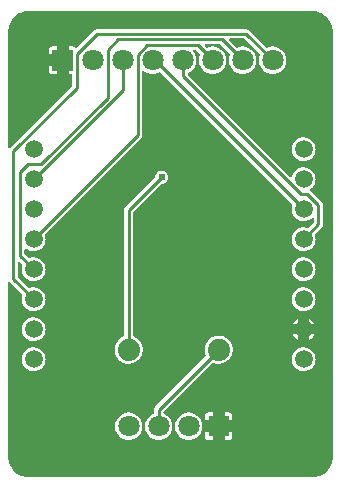
<source format=gbl>
G04 Layer: BottomLayer*
G04 EasyEDA v6.4.25, 2021-10-17T11:29:02+03:00*
G04 a1471bc6611e4e73a61749ba241ce28d,91e0e8a571584a8f85f685312bed6ac2,10*
G04 Gerber Generator version 0.2*
G04 Scale: 100 percent, Rotated: No, Reflected: No *
G04 Dimensions in millimeters *
G04 leading zeros omitted , absolute positions ,4 integer and 5 decimal *
%FSLAX45Y45*%
%MOMM*%

%ADD10C,0.2540*%
%ADD12C,0.6100*%
%ADD18C,1.8000*%
%ADD19R,1.8000X1.8000*%
%ADD20C,1.5080*%
%ADD21C,1.8796*%

%LPD*%
G36*
X297332Y-4128973D02*
G01*
X278942Y-4128058D01*
X262077Y-4125518D01*
X245516Y-4121302D01*
X229412Y-4115511D01*
X214020Y-4108145D01*
X199390Y-4099306D01*
X185724Y-4089095D01*
X173075Y-4077614D01*
X161645Y-4064914D01*
X151536Y-4051198D01*
X142798Y-4036517D01*
X135534Y-4021023D01*
X129794Y-4004919D01*
X125730Y-3988358D01*
X123240Y-3971442D01*
X122428Y-3954068D01*
X122428Y-2484526D01*
X123189Y-2480665D01*
X125374Y-2477363D01*
X128676Y-2475128D01*
X132588Y-2474366D01*
X136448Y-2475128D01*
X139750Y-2477363D01*
X239826Y-2577439D01*
X241858Y-2580335D01*
X242773Y-2583789D01*
X242468Y-2587294D01*
X238760Y-2600807D01*
X236931Y-2614218D01*
X236931Y-2627782D01*
X238760Y-2641193D01*
X242316Y-2654249D01*
X247599Y-2666695D01*
X254508Y-2678328D01*
X262890Y-2688945D01*
X272592Y-2698343D01*
X283514Y-2706370D01*
X295351Y-2712872D01*
X308000Y-2717749D01*
X321157Y-2720898D01*
X334619Y-2722219D01*
X348132Y-2721762D01*
X361492Y-2719527D01*
X374396Y-2715514D01*
X386689Y-2709824D01*
X398068Y-2702560D01*
X408432Y-2693822D01*
X417474Y-2683764D01*
X425145Y-2672638D01*
X431241Y-2660548D01*
X435660Y-2647746D01*
X438404Y-2634488D01*
X439267Y-2621026D01*
X438404Y-2607513D01*
X435660Y-2594254D01*
X431241Y-2581452D01*
X425145Y-2569362D01*
X417474Y-2558237D01*
X408432Y-2548178D01*
X398068Y-2539441D01*
X386689Y-2532176D01*
X374396Y-2526487D01*
X361492Y-2522474D01*
X348132Y-2520238D01*
X334619Y-2519781D01*
X321157Y-2521102D01*
X308000Y-2524252D01*
X305409Y-2525268D01*
X301599Y-2525928D01*
X297789Y-2525115D01*
X294589Y-2522982D01*
X207924Y-2436317D01*
X205740Y-2433015D01*
X204978Y-2429154D01*
X204978Y-2313025D01*
X205740Y-2309164D01*
X207924Y-2305862D01*
X211226Y-2303678D01*
X215138Y-2302865D01*
X218998Y-2303678D01*
X222300Y-2305862D01*
X239826Y-2323388D01*
X241858Y-2326284D01*
X242773Y-2329738D01*
X242468Y-2333244D01*
X238760Y-2346807D01*
X236931Y-2360218D01*
X236931Y-2373782D01*
X238760Y-2387193D01*
X242316Y-2400249D01*
X247599Y-2412695D01*
X254508Y-2424328D01*
X262890Y-2434945D01*
X272592Y-2444343D01*
X283514Y-2452370D01*
X295351Y-2458872D01*
X308000Y-2463749D01*
X321157Y-2466898D01*
X334619Y-2468219D01*
X348132Y-2467762D01*
X361492Y-2465527D01*
X374396Y-2461514D01*
X386689Y-2455824D01*
X398068Y-2448560D01*
X408432Y-2439822D01*
X417474Y-2429764D01*
X425145Y-2418638D01*
X431241Y-2406548D01*
X435660Y-2393746D01*
X438404Y-2380488D01*
X439267Y-2367026D01*
X438404Y-2353513D01*
X435660Y-2340254D01*
X431241Y-2327452D01*
X425145Y-2315362D01*
X417474Y-2304237D01*
X408432Y-2294178D01*
X398068Y-2285441D01*
X386689Y-2278176D01*
X374396Y-2272487D01*
X361492Y-2268474D01*
X348132Y-2266238D01*
X334619Y-2265781D01*
X321157Y-2267102D01*
X308000Y-2270252D01*
X305409Y-2271268D01*
X301599Y-2271928D01*
X297840Y-2271115D01*
X294589Y-2268931D01*
X263601Y-2237943D01*
X261366Y-2234641D01*
X260604Y-2230729D01*
X260604Y-2201621D01*
X261569Y-2197252D01*
X264312Y-2193747D01*
X268274Y-2191766D01*
X272745Y-2191664D01*
X276809Y-2193442D01*
X283514Y-2198370D01*
X295351Y-2204872D01*
X308000Y-2209749D01*
X321157Y-2212898D01*
X334619Y-2214219D01*
X348132Y-2213762D01*
X361492Y-2211527D01*
X374396Y-2207514D01*
X386689Y-2201824D01*
X398068Y-2194560D01*
X408432Y-2185822D01*
X417474Y-2175764D01*
X425145Y-2164638D01*
X431241Y-2152548D01*
X435660Y-2139746D01*
X438404Y-2126488D01*
X439267Y-2113026D01*
X438404Y-2099513D01*
X435660Y-2086254D01*
X433578Y-2080158D01*
X433019Y-2076399D01*
X433832Y-2072741D01*
X435965Y-2069642D01*
X1246174Y-1259433D01*
X1251254Y-1253236D01*
X1254810Y-1246581D01*
X1257046Y-1239316D01*
X1257808Y-1231290D01*
X1257808Y-695604D01*
X1258773Y-691286D01*
X1261516Y-687781D01*
X1265428Y-685749D01*
X1269898Y-685596D01*
X1273962Y-687374D01*
X1284122Y-694740D01*
X1296873Y-701751D01*
X1310386Y-707136D01*
X1324508Y-710742D01*
X1338935Y-712571D01*
X1353464Y-712571D01*
X1367891Y-710742D01*
X1382014Y-707136D01*
X1395526Y-701751D01*
X1399590Y-699516D01*
X1403756Y-698296D01*
X1408023Y-698906D01*
X1411681Y-701243D01*
X2525826Y-1815439D01*
X2527858Y-1818335D01*
X2528773Y-1821789D01*
X2528468Y-1825294D01*
X2524760Y-1838807D01*
X2522931Y-1852218D01*
X2522931Y-1865782D01*
X2524760Y-1879193D01*
X2528316Y-1892249D01*
X2533599Y-1904695D01*
X2540508Y-1916328D01*
X2548890Y-1926945D01*
X2558592Y-1936343D01*
X2569514Y-1944370D01*
X2581351Y-1950872D01*
X2594000Y-1955749D01*
X2607157Y-1958898D01*
X2620619Y-1960219D01*
X2634132Y-1959762D01*
X2647492Y-1957527D01*
X2660396Y-1953514D01*
X2672689Y-1947824D01*
X2684068Y-1940560D01*
X2693619Y-1932482D01*
X2696921Y-1930603D01*
X2700731Y-1930095D01*
X2704439Y-1931060D01*
X2707538Y-1933295D01*
X2709570Y-1936496D01*
X2710332Y-1940255D01*
X2710332Y-1967890D01*
X2709519Y-1971751D01*
X2707335Y-1975053D01*
X2667406Y-2014982D01*
X2664409Y-2017064D01*
X2660853Y-2017928D01*
X2657246Y-2017522D01*
X2647492Y-2014474D01*
X2634132Y-2012238D01*
X2620619Y-2011781D01*
X2607157Y-2013102D01*
X2594000Y-2016252D01*
X2581351Y-2021128D01*
X2569514Y-2027631D01*
X2558592Y-2035657D01*
X2548890Y-2045055D01*
X2540508Y-2055672D01*
X2533599Y-2067306D01*
X2528316Y-2079752D01*
X2524760Y-2092807D01*
X2522931Y-2106218D01*
X2522931Y-2119782D01*
X2524760Y-2133193D01*
X2528316Y-2146249D01*
X2533599Y-2158695D01*
X2540508Y-2170328D01*
X2548890Y-2180945D01*
X2558592Y-2190343D01*
X2569514Y-2198370D01*
X2581351Y-2204872D01*
X2594000Y-2209749D01*
X2607157Y-2212898D01*
X2620619Y-2214219D01*
X2634132Y-2213762D01*
X2647492Y-2211527D01*
X2660396Y-2207514D01*
X2672689Y-2201824D01*
X2684068Y-2194560D01*
X2694432Y-2185822D01*
X2703474Y-2175764D01*
X2711145Y-2164638D01*
X2717241Y-2152548D01*
X2721660Y-2139746D01*
X2724404Y-2126488D01*
X2725267Y-2113026D01*
X2724404Y-2099513D01*
X2721660Y-2086254D01*
X2719578Y-2080158D01*
X2719019Y-2076399D01*
X2719832Y-2072741D01*
X2721965Y-2069642D01*
X2775864Y-2015743D01*
X2780995Y-2009495D01*
X2784551Y-2002840D01*
X2786735Y-1995627D01*
X2787548Y-1987600D01*
X2787548Y-1825142D01*
X2786735Y-1817116D01*
X2784551Y-1809902D01*
X2780995Y-1803247D01*
X2775864Y-1796999D01*
X2683916Y-1705051D01*
X2682138Y-1703578D01*
X2679700Y-1700682D01*
X2678480Y-1697024D01*
X2678734Y-1693214D01*
X2680309Y-1689760D01*
X2694432Y-1677822D01*
X2703474Y-1667764D01*
X2711145Y-1656638D01*
X2717241Y-1644548D01*
X2721660Y-1631746D01*
X2724404Y-1618488D01*
X2725267Y-1605026D01*
X2724404Y-1591513D01*
X2721660Y-1578254D01*
X2717241Y-1565452D01*
X2711145Y-1553362D01*
X2703474Y-1542237D01*
X2694432Y-1532178D01*
X2684068Y-1523441D01*
X2672689Y-1516176D01*
X2660396Y-1510487D01*
X2647492Y-1506474D01*
X2634132Y-1504238D01*
X2620619Y-1503781D01*
X2607157Y-1505102D01*
X2594000Y-1508252D01*
X2581351Y-1513128D01*
X2569514Y-1519631D01*
X2558592Y-1527657D01*
X2548890Y-1537055D01*
X2540508Y-1547672D01*
X2533599Y-1559306D01*
X2528316Y-1571752D01*
X2525979Y-1580235D01*
X2524048Y-1583994D01*
X2520797Y-1586636D01*
X2516733Y-1587703D01*
X2512568Y-1587042D01*
X2509012Y-1584756D01*
X1643634Y-719378D01*
X1641449Y-716026D01*
X1640687Y-712114D01*
X1641449Y-708202D01*
X1643735Y-704900D01*
X1647088Y-702716D01*
X1649526Y-701751D01*
X1662277Y-694740D01*
X1674063Y-686206D01*
X1684680Y-676249D01*
X1693976Y-665022D01*
X1701749Y-652729D01*
X1707946Y-639572D01*
X1712468Y-625703D01*
X1715160Y-611428D01*
X1716074Y-596900D01*
X1715160Y-582371D01*
X1712468Y-568096D01*
X1707946Y-554228D01*
X1701749Y-541070D01*
X1693976Y-528777D01*
X1691386Y-525729D01*
X1689557Y-522376D01*
X1689100Y-518566D01*
X1690065Y-514908D01*
X1692300Y-511809D01*
X1695500Y-509778D01*
X1699260Y-509066D01*
X1707591Y-509066D01*
X1711452Y-509828D01*
X1714754Y-512064D01*
X1744776Y-542036D01*
X1747012Y-545490D01*
X1747723Y-549554D01*
X1746453Y-554228D01*
X1741932Y-568096D01*
X1739239Y-582371D01*
X1738325Y-596900D01*
X1739239Y-611428D01*
X1741932Y-625703D01*
X1746453Y-639572D01*
X1752650Y-652729D01*
X1760423Y-665022D01*
X1769719Y-676249D01*
X1780336Y-686206D01*
X1792122Y-694740D01*
X1804873Y-701751D01*
X1818386Y-707136D01*
X1832508Y-710742D01*
X1846935Y-712571D01*
X1861464Y-712571D01*
X1875891Y-710742D01*
X1890014Y-707136D01*
X1903526Y-701751D01*
X1916277Y-694740D01*
X1928063Y-686206D01*
X1938680Y-676249D01*
X1947976Y-665022D01*
X1955749Y-652729D01*
X1961946Y-639572D01*
X1966468Y-625703D01*
X1969160Y-611428D01*
X1970074Y-596900D01*
X1969160Y-582371D01*
X1966468Y-568096D01*
X1961946Y-554228D01*
X1955749Y-541070D01*
X1947976Y-528777D01*
X1938680Y-517550D01*
X1928063Y-507593D01*
X1916277Y-499059D01*
X1903526Y-492048D01*
X1890014Y-486664D01*
X1875891Y-483057D01*
X1861464Y-481228D01*
X1846935Y-481228D01*
X1832508Y-483057D01*
X1818386Y-486664D01*
X1810410Y-489864D01*
X1806549Y-490575D01*
X1802739Y-489762D01*
X1799488Y-487578D01*
X1787448Y-475538D01*
X1785264Y-472287D01*
X1784502Y-468376D01*
X1785264Y-464464D01*
X1787448Y-461213D01*
X1790750Y-458978D01*
X1794662Y-458216D01*
X1910689Y-458216D01*
X1914601Y-458978D01*
X1917903Y-461213D01*
X1998776Y-542036D01*
X2001012Y-545490D01*
X2001723Y-549554D01*
X2000453Y-554228D01*
X1995932Y-568096D01*
X1993239Y-582371D01*
X1992325Y-596900D01*
X1993239Y-611428D01*
X1995932Y-625703D01*
X2000453Y-639572D01*
X2006650Y-652729D01*
X2014423Y-665022D01*
X2023719Y-676249D01*
X2034336Y-686206D01*
X2046122Y-694740D01*
X2058873Y-701751D01*
X2072386Y-707136D01*
X2086508Y-710742D01*
X2100935Y-712571D01*
X2115464Y-712571D01*
X2129891Y-710742D01*
X2144014Y-707136D01*
X2157526Y-701751D01*
X2170277Y-694740D01*
X2182063Y-686206D01*
X2192680Y-676249D01*
X2201976Y-665022D01*
X2209749Y-652729D01*
X2215946Y-639572D01*
X2220468Y-625703D01*
X2223160Y-611428D01*
X2224074Y-596900D01*
X2223160Y-582371D01*
X2220468Y-568096D01*
X2215946Y-554228D01*
X2209749Y-541070D01*
X2201976Y-528777D01*
X2192680Y-517550D01*
X2182063Y-507593D01*
X2170277Y-499059D01*
X2157526Y-492048D01*
X2144014Y-486664D01*
X2129891Y-483057D01*
X2115464Y-481228D01*
X2100935Y-481228D01*
X2086508Y-483057D01*
X2072386Y-486664D01*
X2064410Y-489864D01*
X2060549Y-490575D01*
X2056739Y-489762D01*
X2053488Y-487578D01*
X1995322Y-429412D01*
X1993087Y-426110D01*
X1992325Y-422249D01*
X1993087Y-418338D01*
X1995322Y-415035D01*
X1998624Y-412851D01*
X2002485Y-412089D01*
X2118563Y-412089D01*
X2122474Y-412851D01*
X2125726Y-415035D01*
X2252776Y-542036D01*
X2255012Y-545490D01*
X2255723Y-549554D01*
X2254453Y-554228D01*
X2249932Y-568096D01*
X2247239Y-582371D01*
X2246325Y-596900D01*
X2247239Y-611428D01*
X2249932Y-625703D01*
X2254453Y-639572D01*
X2260650Y-652729D01*
X2268423Y-665022D01*
X2277719Y-676249D01*
X2288336Y-686206D01*
X2300122Y-694740D01*
X2312873Y-701751D01*
X2326386Y-707136D01*
X2340508Y-710742D01*
X2354935Y-712571D01*
X2369464Y-712571D01*
X2383891Y-710742D01*
X2398014Y-707136D01*
X2411526Y-701751D01*
X2424277Y-694740D01*
X2436063Y-686206D01*
X2446680Y-676249D01*
X2455976Y-665022D01*
X2463749Y-652729D01*
X2469946Y-639572D01*
X2474468Y-625703D01*
X2477160Y-611428D01*
X2478074Y-596900D01*
X2477160Y-582371D01*
X2474468Y-568096D01*
X2469946Y-554228D01*
X2463749Y-541070D01*
X2455976Y-528777D01*
X2446680Y-517550D01*
X2436063Y-507593D01*
X2424277Y-499059D01*
X2411526Y-492048D01*
X2398014Y-486664D01*
X2383891Y-483057D01*
X2369464Y-481228D01*
X2354935Y-481228D01*
X2340508Y-483057D01*
X2326386Y-486664D01*
X2318410Y-489864D01*
X2314549Y-490575D01*
X2310739Y-489762D01*
X2307488Y-487578D01*
X2166416Y-346506D01*
X2160168Y-341376D01*
X2153513Y-337820D01*
X2146300Y-335635D01*
X2138273Y-334873D01*
X875131Y-334873D01*
X867156Y-335635D01*
X859891Y-337820D01*
X853236Y-341376D01*
X846988Y-346506D01*
X705764Y-487781D01*
X702462Y-489966D01*
X698550Y-490728D01*
X694690Y-489966D01*
X690321Y-486714D01*
X685393Y-483616D01*
X679958Y-481685D01*
X673608Y-480974D01*
X635558Y-480974D01*
X635558Y-545541D01*
X653592Y-545541D01*
X657453Y-546303D01*
X660755Y-548538D01*
X662940Y-551840D01*
X663752Y-555701D01*
X663752Y-638098D01*
X662940Y-641959D01*
X660755Y-645261D01*
X657453Y-647496D01*
X653592Y-648258D01*
X635558Y-648258D01*
X635558Y-712825D01*
X653592Y-712825D01*
X657453Y-713587D01*
X660755Y-715772D01*
X662940Y-719074D01*
X663752Y-722985D01*
X663752Y-810564D01*
X662940Y-814425D01*
X660755Y-817727D01*
X139750Y-1338732D01*
X136448Y-1340967D01*
X132588Y-1341729D01*
X128676Y-1340967D01*
X125374Y-1338732D01*
X123189Y-1335430D01*
X122428Y-1331569D01*
X122428Y-355752D01*
X123342Y-337362D01*
X125882Y-320446D01*
X130098Y-303885D01*
X135890Y-287832D01*
X143256Y-272440D01*
X152044Y-257810D01*
X162306Y-244094D01*
X173786Y-231495D01*
X186486Y-220065D01*
X200202Y-209905D01*
X214884Y-201168D01*
X230378Y-193903D01*
X246430Y-188214D01*
X263042Y-184099D01*
X279958Y-181660D01*
X297332Y-180797D01*
X2695651Y-180797D01*
X2714040Y-181762D01*
X2730957Y-184302D01*
X2747518Y-188518D01*
X2763570Y-194310D01*
X2778963Y-201625D01*
X2793593Y-210464D01*
X2807309Y-220675D01*
X2819908Y-232206D01*
X2831338Y-244856D01*
X2841498Y-258622D01*
X2850235Y-273304D01*
X2857500Y-288747D01*
X2863189Y-304850D01*
X2867304Y-321411D01*
X2869742Y-338328D01*
X2870606Y-355752D01*
X2870606Y-3954068D01*
X2869641Y-3972458D01*
X2867101Y-3989324D01*
X2862884Y-4005884D01*
X2857093Y-4021937D01*
X2849727Y-4037380D01*
X2840939Y-4052011D01*
X2830728Y-4065676D01*
X2819196Y-4078325D01*
X2806547Y-4089755D01*
X2792780Y-4099864D01*
X2778099Y-4108602D01*
X2762656Y-4115866D01*
X2746552Y-4121607D01*
X2729941Y-4125671D01*
X2713075Y-4128160D01*
X2695651Y-4128973D01*
G37*

%LPC*%
G36*
X1815592Y-3811625D02*
G01*
X1853641Y-3811625D01*
X1853641Y-3747058D01*
X1789074Y-3747058D01*
X1789074Y-3785108D01*
X1789785Y-3791458D01*
X1791716Y-3796893D01*
X1794814Y-3801821D01*
X1798878Y-3805885D01*
X1803806Y-3808984D01*
X1809242Y-3810914D01*
G37*
G36*
X1956358Y-3811625D02*
G01*
X1994407Y-3811625D01*
X2000757Y-3810914D01*
X2006193Y-3808984D01*
X2011121Y-3805885D01*
X2015185Y-3801821D01*
X2018284Y-3796893D01*
X2020214Y-3791458D01*
X2020925Y-3785108D01*
X2020925Y-3747058D01*
X1956358Y-3747058D01*
G37*
G36*
X1135735Y-3811371D02*
G01*
X1150264Y-3811371D01*
X1164691Y-3809542D01*
X1178814Y-3805936D01*
X1192326Y-3800551D01*
X1205077Y-3793540D01*
X1216863Y-3785006D01*
X1227480Y-3775049D01*
X1236776Y-3763822D01*
X1244549Y-3751529D01*
X1250746Y-3738372D01*
X1255268Y-3724503D01*
X1257960Y-3710228D01*
X1258874Y-3695700D01*
X1257960Y-3681171D01*
X1255268Y-3666896D01*
X1250746Y-3653028D01*
X1244549Y-3639870D01*
X1236776Y-3627577D01*
X1227480Y-3616350D01*
X1216863Y-3606393D01*
X1205077Y-3597859D01*
X1192326Y-3590848D01*
X1178814Y-3585464D01*
X1164691Y-3581857D01*
X1150264Y-3580028D01*
X1135735Y-3580028D01*
X1121308Y-3581857D01*
X1107186Y-3585464D01*
X1093673Y-3590848D01*
X1080922Y-3597859D01*
X1069136Y-3606393D01*
X1058519Y-3616350D01*
X1049223Y-3627577D01*
X1041450Y-3639870D01*
X1035253Y-3653028D01*
X1030732Y-3666896D01*
X1028039Y-3681171D01*
X1027125Y-3695700D01*
X1028039Y-3710228D01*
X1030732Y-3724503D01*
X1035253Y-3738372D01*
X1041450Y-3751529D01*
X1049223Y-3763822D01*
X1058519Y-3775049D01*
X1069136Y-3785006D01*
X1080922Y-3793540D01*
X1093673Y-3800551D01*
X1107186Y-3805936D01*
X1121308Y-3809542D01*
G37*
G36*
X1643735Y-3811371D02*
G01*
X1658264Y-3811371D01*
X1672691Y-3809542D01*
X1686814Y-3805936D01*
X1700326Y-3800551D01*
X1713077Y-3793540D01*
X1724863Y-3785006D01*
X1735480Y-3775049D01*
X1744776Y-3763822D01*
X1752549Y-3751529D01*
X1758746Y-3738372D01*
X1763268Y-3724503D01*
X1765960Y-3710228D01*
X1766874Y-3695700D01*
X1765960Y-3681171D01*
X1763268Y-3666896D01*
X1758746Y-3653028D01*
X1752549Y-3639870D01*
X1744776Y-3627577D01*
X1735480Y-3616350D01*
X1724863Y-3606393D01*
X1713077Y-3597859D01*
X1700326Y-3590848D01*
X1686814Y-3585464D01*
X1672691Y-3581857D01*
X1658264Y-3580028D01*
X1643735Y-3580028D01*
X1629308Y-3581857D01*
X1615186Y-3585464D01*
X1601673Y-3590848D01*
X1588922Y-3597859D01*
X1577136Y-3606393D01*
X1566519Y-3616350D01*
X1557223Y-3627577D01*
X1549450Y-3639870D01*
X1543253Y-3653028D01*
X1538732Y-3666896D01*
X1536039Y-3681171D01*
X1535125Y-3695700D01*
X1536039Y-3710228D01*
X1538732Y-3724503D01*
X1543253Y-3738372D01*
X1549450Y-3751529D01*
X1557223Y-3763822D01*
X1566519Y-3775049D01*
X1577136Y-3785006D01*
X1588922Y-3793540D01*
X1601673Y-3800551D01*
X1615186Y-3805936D01*
X1629308Y-3809542D01*
G37*
G36*
X1389735Y-3811371D02*
G01*
X1404264Y-3811371D01*
X1418691Y-3809542D01*
X1432814Y-3805936D01*
X1446326Y-3800551D01*
X1459077Y-3793540D01*
X1470863Y-3785006D01*
X1481480Y-3775049D01*
X1490776Y-3763822D01*
X1498549Y-3751529D01*
X1504746Y-3738372D01*
X1509268Y-3724503D01*
X1511960Y-3710228D01*
X1512874Y-3695700D01*
X1511960Y-3681171D01*
X1509268Y-3666896D01*
X1504746Y-3653028D01*
X1498549Y-3639870D01*
X1490776Y-3627577D01*
X1481480Y-3616350D01*
X1470863Y-3606393D01*
X1459077Y-3597859D01*
X1446326Y-3590848D01*
X1442059Y-3589121D01*
X1438656Y-3586937D01*
X1436420Y-3583635D01*
X1435608Y-3579672D01*
X1435608Y-3576218D01*
X1436370Y-3572306D01*
X1438605Y-3569004D01*
X1847088Y-3160522D01*
X1850186Y-3158439D01*
X1853895Y-3157575D01*
X1857654Y-3158134D01*
X1872183Y-3163316D01*
X1886610Y-3166465D01*
X1901291Y-3167837D01*
X1916074Y-3167380D01*
X1930654Y-3165094D01*
X1944827Y-3161030D01*
X1958441Y-3155289D01*
X1971192Y-3147923D01*
X1982978Y-3139033D01*
X1993595Y-3128772D01*
X2002840Y-3117240D01*
X2010613Y-3104692D01*
X2016760Y-3091281D01*
X2021230Y-3077260D01*
X2023973Y-3062732D01*
X2024888Y-3048000D01*
X2023973Y-3033268D01*
X2021230Y-3018739D01*
X2016760Y-3004718D01*
X2010613Y-2991307D01*
X2002840Y-2978759D01*
X1993595Y-2967228D01*
X1982978Y-2956966D01*
X1971192Y-2948076D01*
X1958441Y-2940710D01*
X1944827Y-2934970D01*
X1930654Y-2930906D01*
X1916074Y-2928620D01*
X1901291Y-2928213D01*
X1886610Y-2929534D01*
X1872183Y-2932684D01*
X1858264Y-2937611D01*
X1845056Y-2944215D01*
X1832762Y-2952343D01*
X1821535Y-2961944D01*
X1811629Y-2972866D01*
X1803095Y-2984906D01*
X1796084Y-2997911D01*
X1790750Y-3011678D01*
X1787194Y-3025952D01*
X1785366Y-3040634D01*
X1785366Y-3055366D01*
X1787194Y-3070047D01*
X1790750Y-3084322D01*
X1794865Y-3094939D01*
X1795576Y-3098800D01*
X1794764Y-3102610D01*
X1792579Y-3105810D01*
X1370076Y-3528364D01*
X1364945Y-3534562D01*
X1361389Y-3541268D01*
X1359204Y-3548481D01*
X1358392Y-3556508D01*
X1358392Y-3579672D01*
X1357630Y-3583635D01*
X1355344Y-3586937D01*
X1351991Y-3589121D01*
X1347673Y-3590848D01*
X1334922Y-3597859D01*
X1323136Y-3606393D01*
X1312519Y-3616350D01*
X1303223Y-3627577D01*
X1295450Y-3639870D01*
X1289253Y-3653028D01*
X1284732Y-3666896D01*
X1282039Y-3681171D01*
X1281125Y-3695700D01*
X1282039Y-3710228D01*
X1284732Y-3724503D01*
X1289253Y-3738372D01*
X1295450Y-3751529D01*
X1303223Y-3763822D01*
X1312519Y-3775049D01*
X1323136Y-3785006D01*
X1334922Y-3793540D01*
X1347673Y-3800551D01*
X1361186Y-3805936D01*
X1375308Y-3809542D01*
G37*
G36*
X1789074Y-3644341D02*
G01*
X1853641Y-3644341D01*
X1853641Y-3579774D01*
X1815592Y-3579774D01*
X1809242Y-3580485D01*
X1803806Y-3582415D01*
X1798878Y-3585514D01*
X1794814Y-3589578D01*
X1791716Y-3594506D01*
X1789785Y-3599942D01*
X1789074Y-3606292D01*
G37*
G36*
X1956358Y-3644341D02*
G01*
X2020925Y-3644341D01*
X2020925Y-3606292D01*
X2020214Y-3599942D01*
X2018284Y-3594506D01*
X2015185Y-3589578D01*
X2011121Y-3585514D01*
X2006193Y-3582415D01*
X2000757Y-3580485D01*
X1994407Y-3579774D01*
X1956358Y-3579774D01*
G37*
G36*
X334619Y-3230219D02*
G01*
X348132Y-3229762D01*
X361492Y-3227527D01*
X374396Y-3223514D01*
X386689Y-3217824D01*
X398068Y-3210560D01*
X408432Y-3201822D01*
X417474Y-3191764D01*
X425145Y-3180638D01*
X431241Y-3168548D01*
X435660Y-3155746D01*
X438404Y-3142488D01*
X439267Y-3129026D01*
X438404Y-3115513D01*
X435660Y-3102254D01*
X431241Y-3089452D01*
X425145Y-3077362D01*
X417474Y-3066237D01*
X408432Y-3056178D01*
X398068Y-3047441D01*
X386689Y-3040176D01*
X374396Y-3034487D01*
X361492Y-3030474D01*
X348132Y-3028238D01*
X334619Y-3027781D01*
X321157Y-3029102D01*
X308000Y-3032252D01*
X295351Y-3037128D01*
X283514Y-3043631D01*
X272592Y-3051657D01*
X262890Y-3061055D01*
X254508Y-3071672D01*
X247599Y-3083306D01*
X242316Y-3095752D01*
X238760Y-3108807D01*
X236931Y-3122218D01*
X236931Y-3135782D01*
X238760Y-3149193D01*
X242316Y-3162249D01*
X247599Y-3174695D01*
X254508Y-3186328D01*
X262890Y-3196945D01*
X272592Y-3206343D01*
X283514Y-3214370D01*
X295351Y-3220872D01*
X308000Y-3225749D01*
X321157Y-3228898D01*
G37*
G36*
X2620619Y-3230219D02*
G01*
X2634132Y-3229762D01*
X2647492Y-3227527D01*
X2660396Y-3223514D01*
X2672689Y-3217824D01*
X2684068Y-3210560D01*
X2694432Y-3201822D01*
X2703474Y-3191764D01*
X2711145Y-3180638D01*
X2717241Y-3168548D01*
X2721660Y-3155746D01*
X2724404Y-3142488D01*
X2725267Y-3129026D01*
X2724404Y-3115513D01*
X2721660Y-3102254D01*
X2717241Y-3089452D01*
X2711145Y-3077362D01*
X2703474Y-3066237D01*
X2694432Y-3056178D01*
X2684068Y-3047441D01*
X2672689Y-3040176D01*
X2660396Y-3034487D01*
X2647492Y-3030474D01*
X2634132Y-3028238D01*
X2620619Y-3027781D01*
X2607157Y-3029102D01*
X2594000Y-3032252D01*
X2581351Y-3037128D01*
X2569514Y-3043631D01*
X2558592Y-3051657D01*
X2548890Y-3061055D01*
X2540508Y-3071672D01*
X2533599Y-3083306D01*
X2528316Y-3095752D01*
X2524760Y-3108807D01*
X2522931Y-3122218D01*
X2522931Y-3135782D01*
X2524760Y-3149193D01*
X2528316Y-3162249D01*
X2533599Y-3174695D01*
X2540508Y-3186328D01*
X2548890Y-3196945D01*
X2558592Y-3206343D01*
X2569514Y-3214370D01*
X2581351Y-3220872D01*
X2594000Y-3225749D01*
X2607157Y-3228898D01*
G37*
G36*
X1139291Y-3167837D02*
G01*
X1154074Y-3167380D01*
X1168654Y-3165094D01*
X1182827Y-3161030D01*
X1196441Y-3155289D01*
X1209192Y-3147923D01*
X1220978Y-3139033D01*
X1231595Y-3128772D01*
X1240840Y-3117240D01*
X1248613Y-3104692D01*
X1254760Y-3091281D01*
X1259230Y-3077260D01*
X1261973Y-3062732D01*
X1262888Y-3048000D01*
X1261973Y-3033268D01*
X1259230Y-3018739D01*
X1254760Y-3004718D01*
X1248613Y-2991307D01*
X1240840Y-2978759D01*
X1231595Y-2967228D01*
X1220978Y-2956966D01*
X1209192Y-2948076D01*
X1196441Y-2940710D01*
X1187805Y-2937052D01*
X1184554Y-2934817D01*
X1182370Y-2931566D01*
X1181608Y-2927705D01*
X1181608Y-1887474D01*
X1182370Y-1883613D01*
X1184605Y-1880311D01*
X1417929Y-1646986D01*
X1420825Y-1644954D01*
X1424228Y-1644040D01*
X1432255Y-1643329D01*
X1441754Y-1640789D01*
X1450644Y-1636623D01*
X1458722Y-1630984D01*
X1465681Y-1624025D01*
X1471320Y-1615998D01*
X1475435Y-1607108D01*
X1477975Y-1597609D01*
X1478838Y-1587804D01*
X1477975Y-1578000D01*
X1475435Y-1568551D01*
X1471320Y-1559610D01*
X1465681Y-1551584D01*
X1458722Y-1544624D01*
X1450644Y-1538986D01*
X1441754Y-1534820D01*
X1432255Y-1532280D01*
X1422501Y-1531416D01*
X1412697Y-1532280D01*
X1403197Y-1534820D01*
X1394307Y-1538986D01*
X1386230Y-1544624D01*
X1379321Y-1551584D01*
X1373682Y-1559610D01*
X1369517Y-1568551D01*
X1366977Y-1578000D01*
X1366266Y-1586077D01*
X1365351Y-1589481D01*
X1363319Y-1592376D01*
X1116076Y-1839620D01*
X1110945Y-1845868D01*
X1107389Y-1852523D01*
X1105204Y-1859737D01*
X1104392Y-1867763D01*
X1104392Y-2927553D01*
X1103579Y-2931617D01*
X1101140Y-2935020D01*
X1083056Y-2944215D01*
X1070762Y-2952343D01*
X1059535Y-2961944D01*
X1049629Y-2972866D01*
X1041095Y-2984906D01*
X1034084Y-2997911D01*
X1028750Y-3011678D01*
X1025194Y-3025952D01*
X1023366Y-3040634D01*
X1023366Y-3055366D01*
X1025194Y-3070047D01*
X1028750Y-3084322D01*
X1034084Y-3098088D01*
X1041095Y-3111093D01*
X1049629Y-3123133D01*
X1059535Y-3134055D01*
X1070762Y-3143656D01*
X1083056Y-3151784D01*
X1096264Y-3158388D01*
X1110183Y-3163316D01*
X1124610Y-3166465D01*
G37*
G36*
X334619Y-2976219D02*
G01*
X348132Y-2975762D01*
X361492Y-2973527D01*
X374396Y-2969514D01*
X386689Y-2963824D01*
X398068Y-2956560D01*
X408432Y-2947822D01*
X417474Y-2937764D01*
X425145Y-2926638D01*
X431241Y-2914548D01*
X435660Y-2901746D01*
X438404Y-2888488D01*
X439267Y-2875026D01*
X438404Y-2861513D01*
X435660Y-2848254D01*
X431241Y-2835452D01*
X425145Y-2823362D01*
X417474Y-2812237D01*
X408432Y-2802178D01*
X398068Y-2793441D01*
X386689Y-2786176D01*
X374396Y-2780487D01*
X361492Y-2776474D01*
X348132Y-2774238D01*
X334619Y-2773781D01*
X321157Y-2775102D01*
X308000Y-2778252D01*
X295351Y-2783128D01*
X283514Y-2789631D01*
X272592Y-2797657D01*
X262890Y-2807055D01*
X254508Y-2817672D01*
X247599Y-2829306D01*
X242316Y-2841752D01*
X238760Y-2854807D01*
X236931Y-2868218D01*
X236931Y-2881782D01*
X238760Y-2895193D01*
X242316Y-2908249D01*
X247599Y-2920695D01*
X254508Y-2932328D01*
X262890Y-2942945D01*
X272592Y-2952343D01*
X283514Y-2960370D01*
X295351Y-2966872D01*
X308000Y-2971749D01*
X321157Y-2974898D01*
G37*
G36*
X2579928Y-2966110D02*
G01*
X2579928Y-2919069D01*
X2532888Y-2919069D01*
X2533599Y-2920695D01*
X2540508Y-2932328D01*
X2548890Y-2942945D01*
X2558592Y-2952343D01*
X2569514Y-2960370D01*
G37*
G36*
X2668066Y-2965958D02*
G01*
X2672689Y-2963824D01*
X2684068Y-2956560D01*
X2694432Y-2947822D01*
X2703474Y-2937764D01*
X2711145Y-2926638D01*
X2714955Y-2919069D01*
X2668066Y-2919069D01*
G37*
G36*
X2668066Y-2830931D02*
G01*
X2714955Y-2830931D01*
X2711145Y-2823362D01*
X2703474Y-2812237D01*
X2694432Y-2802178D01*
X2684068Y-2793441D01*
X2672689Y-2786176D01*
X2668066Y-2784043D01*
G37*
G36*
X2532888Y-2830931D02*
G01*
X2579928Y-2830931D01*
X2579928Y-2783890D01*
X2569514Y-2789631D01*
X2558592Y-2797657D01*
X2548890Y-2807055D01*
X2540508Y-2817672D01*
X2533599Y-2829306D01*
G37*
G36*
X2620619Y-2722219D02*
G01*
X2634132Y-2721762D01*
X2647492Y-2719527D01*
X2660396Y-2715514D01*
X2672689Y-2709824D01*
X2684068Y-2702560D01*
X2694432Y-2693822D01*
X2703474Y-2683764D01*
X2711145Y-2672638D01*
X2717241Y-2660548D01*
X2721660Y-2647746D01*
X2724404Y-2634488D01*
X2725267Y-2621026D01*
X2724404Y-2607513D01*
X2721660Y-2594254D01*
X2717241Y-2581452D01*
X2711145Y-2569362D01*
X2703474Y-2558237D01*
X2694432Y-2548178D01*
X2684068Y-2539441D01*
X2672689Y-2532176D01*
X2660396Y-2526487D01*
X2647492Y-2522474D01*
X2634132Y-2520238D01*
X2620619Y-2519781D01*
X2607157Y-2521102D01*
X2594000Y-2524252D01*
X2581351Y-2529128D01*
X2569514Y-2535631D01*
X2558592Y-2543657D01*
X2548890Y-2553055D01*
X2540508Y-2563672D01*
X2533599Y-2575306D01*
X2528316Y-2587752D01*
X2524760Y-2600807D01*
X2522931Y-2614218D01*
X2522931Y-2627782D01*
X2524760Y-2641193D01*
X2528316Y-2654249D01*
X2533599Y-2666695D01*
X2540508Y-2678328D01*
X2548890Y-2688945D01*
X2558592Y-2698343D01*
X2569514Y-2706370D01*
X2581351Y-2712872D01*
X2594000Y-2717749D01*
X2607157Y-2720898D01*
G37*
G36*
X2620619Y-2468219D02*
G01*
X2634132Y-2467762D01*
X2647492Y-2465527D01*
X2660396Y-2461514D01*
X2672689Y-2455824D01*
X2684068Y-2448560D01*
X2694432Y-2439822D01*
X2703474Y-2429764D01*
X2711145Y-2418638D01*
X2717241Y-2406548D01*
X2721660Y-2393746D01*
X2724404Y-2380488D01*
X2725267Y-2367026D01*
X2724404Y-2353513D01*
X2721660Y-2340254D01*
X2717241Y-2327452D01*
X2711145Y-2315362D01*
X2703474Y-2304237D01*
X2694432Y-2294178D01*
X2684068Y-2285441D01*
X2672689Y-2278176D01*
X2660396Y-2272487D01*
X2647492Y-2268474D01*
X2634132Y-2266238D01*
X2620619Y-2265781D01*
X2607157Y-2267102D01*
X2594000Y-2270252D01*
X2581351Y-2275128D01*
X2569514Y-2281631D01*
X2558592Y-2289657D01*
X2548890Y-2299055D01*
X2540508Y-2309672D01*
X2533599Y-2321306D01*
X2528316Y-2333752D01*
X2524760Y-2346807D01*
X2522931Y-2360218D01*
X2522931Y-2373782D01*
X2524760Y-2387193D01*
X2528316Y-2400249D01*
X2533599Y-2412695D01*
X2540508Y-2424328D01*
X2548890Y-2434945D01*
X2558592Y-2444343D01*
X2569514Y-2452370D01*
X2581351Y-2458872D01*
X2594000Y-2463749D01*
X2607157Y-2466898D01*
G37*
G36*
X2620619Y-1452219D02*
G01*
X2634132Y-1451762D01*
X2647492Y-1449527D01*
X2660396Y-1445514D01*
X2672689Y-1439824D01*
X2684068Y-1432560D01*
X2694432Y-1423822D01*
X2703474Y-1413764D01*
X2711145Y-1402638D01*
X2717241Y-1390548D01*
X2721660Y-1377746D01*
X2724404Y-1364488D01*
X2725267Y-1351026D01*
X2724404Y-1337513D01*
X2721660Y-1324254D01*
X2717241Y-1311452D01*
X2711145Y-1299362D01*
X2703474Y-1288237D01*
X2694432Y-1278178D01*
X2684068Y-1269441D01*
X2672689Y-1262176D01*
X2660396Y-1256487D01*
X2647492Y-1252474D01*
X2634132Y-1250238D01*
X2620619Y-1249781D01*
X2607157Y-1251102D01*
X2594000Y-1254252D01*
X2581351Y-1259128D01*
X2569514Y-1265631D01*
X2558592Y-1273657D01*
X2548890Y-1283055D01*
X2540508Y-1293672D01*
X2533599Y-1305306D01*
X2528316Y-1317752D01*
X2524760Y-1330807D01*
X2522931Y-1344218D01*
X2522931Y-1357782D01*
X2524760Y-1371193D01*
X2528316Y-1384249D01*
X2533599Y-1396695D01*
X2540508Y-1408328D01*
X2548890Y-1418945D01*
X2558592Y-1428343D01*
X2569514Y-1436370D01*
X2581351Y-1442872D01*
X2594000Y-1447749D01*
X2607157Y-1450898D01*
G37*
G36*
X494792Y-712825D02*
G01*
X532841Y-712825D01*
X532841Y-648258D01*
X468274Y-648258D01*
X468274Y-686308D01*
X468985Y-692658D01*
X470916Y-698093D01*
X474014Y-703021D01*
X478078Y-707085D01*
X483006Y-710184D01*
X488442Y-712114D01*
G37*
G36*
X468274Y-545541D02*
G01*
X532841Y-545541D01*
X532841Y-480974D01*
X494792Y-480974D01*
X488442Y-481685D01*
X483006Y-483616D01*
X478078Y-486714D01*
X474014Y-490778D01*
X470916Y-495706D01*
X468985Y-501142D01*
X468274Y-507492D01*
G37*

%LPD*%
D10*
X338073Y-2367026D02*
G01*
X221995Y-2250947D01*
X221995Y-1543304D01*
X287273Y-1478026D01*
X401573Y-1478026D01*
X965200Y-914400D01*
X965200Y-508000D01*
X1053592Y-419607D01*
X1930908Y-419607D01*
X2108200Y-596900D01*
X1905007Y-3048002D02*
G01*
X1397007Y-3556002D01*
X1397007Y-3695702D01*
X1143007Y-3048002D02*
G01*
X1143007Y-1867283D01*
X1422483Y-1587807D01*
X338005Y-1605003D02*
G01*
X1092207Y-850800D01*
X1092207Y-596902D01*
X2624005Y-1859003D02*
G01*
X1361904Y-596902D01*
X1346207Y-596902D01*
X2624005Y-2113003D02*
G01*
X2748922Y-1988085D01*
X2748922Y-1824662D01*
X2656263Y-1732003D01*
X2601678Y-1732003D01*
X1600207Y-730531D01*
X1600207Y-596902D01*
X338005Y-2113003D02*
G01*
X1219207Y-1231800D01*
X1219207Y-550776D01*
X1299522Y-470461D01*
X1727766Y-470461D01*
X1854207Y-596902D01*
X338005Y-2621003D02*
G01*
X166352Y-2449349D01*
X166352Y-1366751D01*
X702343Y-830760D01*
X702343Y-545772D01*
X874656Y-373458D01*
X2138763Y-373458D01*
X2362207Y-596902D01*
D18*
G01*
X2362200Y-596900D03*
G01*
X2108200Y-596900D03*
G01*
X1854200Y-596900D03*
G01*
X1600200Y-596900D03*
G01*
X1346200Y-596900D03*
G01*
X1092200Y-596900D03*
G01*
X838200Y-596900D03*
G36*
X494200Y-506900D02*
G01*
X674199Y-506900D01*
X674199Y-686899D01*
X494200Y-686899D01*
G37*
G01*
X1143000Y-3695700D03*
G01*
X1397000Y-3695700D03*
G01*
X1651000Y-3695700D03*
D19*
G01*
X1905000Y-3695700D03*
D20*
G01*
X337997Y-2875000D03*
G01*
X337997Y-2621000D03*
G01*
X337997Y-2367000D03*
G01*
X337997Y-2113000D03*
G01*
X337997Y-1859000D03*
G01*
X337997Y-1605000D03*
G01*
X337997Y-1351000D03*
G01*
X2623997Y-2875000D03*
G01*
X2623997Y-2621000D03*
G01*
X2623997Y-2367000D03*
G01*
X2623997Y-2113000D03*
G01*
X2623997Y-1859000D03*
G01*
X2623997Y-1605000D03*
G01*
X2623997Y-1351000D03*
G01*
X337997Y-3129000D03*
G01*
X2623997Y-3129000D03*
D21*
G01*
X1143000Y-3048000D03*
G01*
X1905000Y-3048000D03*
D12*
G01*
X1422483Y-1587807D03*
M02*

</source>
